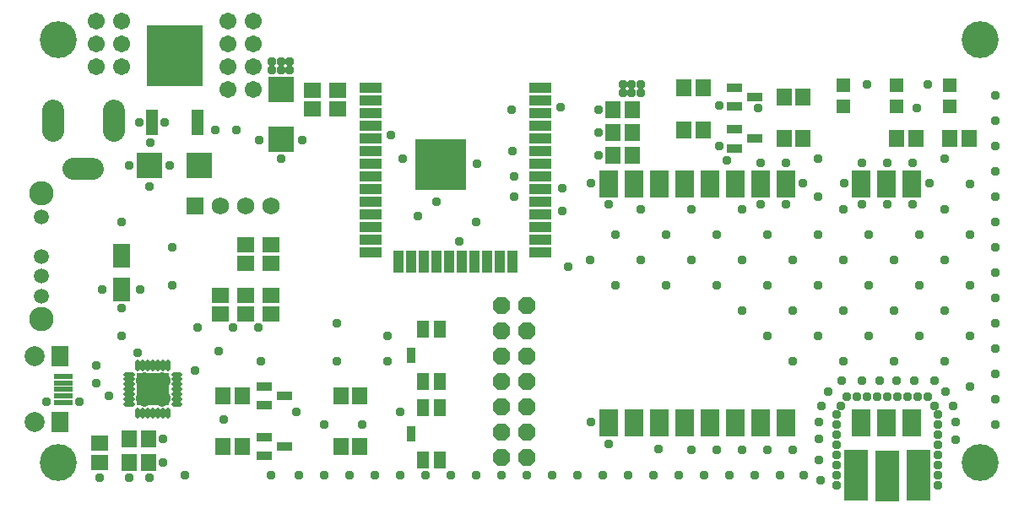
<source format=gbr>
G04 EAGLE Gerber RS-274X export*
G75*
%MOMM*%
%FSLAX34Y34*%
%LPD*%
%INSoldermask Top*%
%IPPOS*%
%AMOC8*
5,1,8,0,0,1.08239X$1,22.5*%
G01*
%ADD10C,3.703200*%
%ADD11R,1.703200X1.503200*%
%ADD12R,2.603200X2.603200*%
%ADD13R,1.503200X1.703200*%
%ADD14R,1.768500X2.459000*%
%ADD15R,1.953200X0.603200*%
%ADD16R,1.803200X2.003200*%
%ADD17C,2.003200*%
%ADD18C,2.203200*%
%ADD19R,1.727200X1.727200*%
%ADD20C,1.727200*%
%ADD21R,1.403200X1.403200*%
%ADD22R,1.525600X0.812400*%
%ADD23R,2.203200X1.103200*%
%ADD24R,1.103200X2.203200*%
%ADD25R,5.203200X5.203200*%
%ADD26R,1.903200X2.703200*%
%ADD27C,0.473200*%
%ADD28R,3.203200X3.203200*%
%ADD29R,1.186200X2.605600*%
%ADD30R,5.692300X6.066500*%
%ADD31R,2.403200X5.203200*%
%ADD32R,1.203200X1.653200*%
%ADD33R,0.853200X1.603200*%
%ADD34P,1.869504X8X292.500000*%
%ADD35C,1.511200*%
%ADD36C,2.453200*%
%ADD37C,1.703200*%
%ADD38C,0.959600*%


D10*
X38100Y38100D03*
X38100Y462280D03*
X962660Y462280D03*
X962660Y38100D03*
D11*
X293370Y393090D03*
X293370Y412090D03*
D12*
X179940Y336550D03*
X129940Y336550D03*
D11*
X318770Y393090D03*
X318770Y412090D03*
X80010Y57760D03*
X80010Y38760D03*
D13*
X109880Y62230D03*
X128880Y62230D03*
X109880Y38100D03*
X128880Y38100D03*
X614020Y392430D03*
X595020Y392430D03*
X614020Y369570D03*
X595020Y369570D03*
X614020Y346710D03*
X595020Y346710D03*
D12*
X261620Y412350D03*
X261620Y362350D03*
D14*
X101600Y245369D03*
X101600Y211831D03*
D15*
X43500Y124760D03*
X43500Y118260D03*
X43500Y111760D03*
X43500Y105260D03*
X43500Y98760D03*
D16*
X40500Y144760D03*
X40500Y78760D03*
D17*
X14500Y144760D03*
X14500Y78760D03*
D18*
X94500Y371000D02*
X94500Y391000D01*
X33500Y391000D02*
X33500Y371000D01*
X53500Y333000D02*
X73500Y333000D01*
D19*
X175260Y295910D03*
D20*
X200660Y295910D03*
X226060Y295910D03*
X251460Y295910D03*
D21*
X932180Y395900D03*
X932180Y416900D03*
X878840Y395900D03*
X878840Y416900D03*
X825500Y395900D03*
X825500Y416900D03*
D22*
X245125Y114910D03*
X245125Y95910D03*
X265415Y105410D03*
X245125Y64110D03*
X245125Y45110D03*
X265415Y54610D03*
X716295Y372720D03*
X716295Y353720D03*
X736585Y363220D03*
X716295Y414630D03*
X716295Y395630D03*
X736585Y405130D03*
D11*
X226060Y187350D03*
X226060Y206350D03*
D13*
X766470Y405130D03*
X785470Y405130D03*
X685140Y414020D03*
X666140Y414020D03*
X685140Y372110D03*
X666140Y372110D03*
X766470Y363220D03*
X785470Y363220D03*
D11*
X226060Y257150D03*
X226060Y238150D03*
X251460Y257150D03*
X251460Y238150D03*
D13*
X340970Y54610D03*
X321970Y54610D03*
D11*
X251460Y206350D03*
X251460Y187350D03*
D13*
X321970Y105410D03*
X340970Y105410D03*
X951840Y363220D03*
X932840Y363220D03*
X898500Y363220D03*
X879500Y363220D03*
D11*
X200660Y206350D03*
X200660Y187350D03*
D13*
X203860Y105410D03*
X222860Y105410D03*
X203860Y54610D03*
X222860Y54610D03*
D23*
X351880Y414550D03*
X351880Y401850D03*
X351880Y389150D03*
X351880Y376450D03*
X351880Y363750D03*
X351880Y351050D03*
X351880Y338350D03*
X351880Y325650D03*
X351880Y312950D03*
X351880Y300250D03*
X351880Y287550D03*
X351880Y274850D03*
X351880Y262150D03*
X351880Y249450D03*
D24*
X379730Y239450D03*
X392430Y239450D03*
X405130Y239450D03*
X417830Y239450D03*
X430530Y239450D03*
X443230Y239450D03*
X455930Y239450D03*
X468630Y239450D03*
X481330Y239450D03*
X494030Y239450D03*
D23*
X521880Y249450D03*
X521880Y262150D03*
X521880Y274850D03*
X521880Y287550D03*
X521880Y300250D03*
X521880Y312950D03*
X521880Y325650D03*
X521880Y338350D03*
X521880Y351050D03*
X521880Y363750D03*
X521880Y376450D03*
X521880Y389150D03*
X521880Y401850D03*
X521880Y414550D03*
D25*
X421880Y336950D03*
D26*
X894820Y318120D03*
X869420Y318120D03*
X844020Y318120D03*
X768020Y318120D03*
X742620Y318120D03*
X717220Y318120D03*
X691820Y318120D03*
X666420Y318120D03*
X641020Y318120D03*
X615620Y318120D03*
X590220Y318120D03*
X590220Y78120D03*
X615620Y78120D03*
X641020Y78120D03*
X666420Y78120D03*
X691820Y78120D03*
X717220Y78120D03*
X742620Y78120D03*
X768020Y78120D03*
X844020Y78120D03*
X869420Y78120D03*
X894820Y78120D03*
D27*
X112633Y126760D02*
X106141Y126760D01*
X106141Y121760D02*
X112633Y121760D01*
X112633Y116760D02*
X106141Y116760D01*
X106141Y111760D02*
X112633Y111760D01*
X112633Y106760D02*
X106141Y106760D01*
X106141Y101760D02*
X112633Y101760D01*
X112633Y96760D02*
X106141Y96760D01*
X118350Y91043D02*
X118350Y84551D01*
X123350Y84551D02*
X123350Y91043D01*
X128350Y91043D02*
X128350Y84551D01*
X133350Y84551D02*
X133350Y91043D01*
X138350Y91043D02*
X138350Y84551D01*
X143350Y84551D02*
X143350Y91043D01*
X148350Y91043D02*
X148350Y84551D01*
X154067Y96760D02*
X160559Y96760D01*
X160559Y101760D02*
X154067Y101760D01*
X154067Y106760D02*
X160559Y106760D01*
X160559Y111760D02*
X154067Y111760D01*
X154067Y116760D02*
X160559Y116760D01*
X160559Y121760D02*
X154067Y121760D01*
X154067Y126760D02*
X160559Y126760D01*
X148350Y132477D02*
X148350Y138969D01*
X143350Y138969D02*
X143350Y132477D01*
X138350Y132477D02*
X138350Y138969D01*
X133350Y138969D02*
X133350Y132477D01*
X128350Y132477D02*
X128350Y138969D01*
X123350Y138969D02*
X123350Y132477D01*
X118350Y132477D02*
X118350Y138969D01*
D28*
X133350Y111760D03*
D29*
X132140Y379610D03*
X177740Y379610D03*
D30*
X154940Y446365D03*
D31*
X869950Y25000D03*
X838754Y25654D03*
X901146Y25654D03*
D32*
X404250Y93310D03*
X421250Y93310D03*
X404250Y41310D03*
X421250Y41310D03*
D33*
X392750Y67310D03*
D32*
X404250Y172050D03*
X421250Y172050D03*
X404250Y120050D03*
X421250Y120050D03*
D33*
X392750Y146050D03*
D34*
X482600Y195580D03*
X508000Y195580D03*
X482600Y170180D03*
X508000Y170180D03*
X482600Y144780D03*
X508000Y144780D03*
X482600Y119380D03*
X508000Y119380D03*
X482600Y93980D03*
X508000Y93980D03*
X482600Y68580D03*
X508000Y68580D03*
X482600Y43180D03*
X508000Y43180D03*
D35*
X21500Y245110D03*
X21500Y285110D03*
X21500Y225110D03*
D36*
X21500Y308110D03*
X21500Y182110D03*
D35*
X21500Y205110D03*
D17*
X407670Y351790D03*
X435610Y351790D03*
X421640Y336820D03*
X407670Y322580D03*
X435610Y322580D03*
D37*
X124460Y120650D03*
X142240Y120650D03*
X142240Y102870D03*
X124460Y102870D03*
D38*
X768350Y339090D03*
X742950Y339090D03*
X784860Y318770D03*
X768350Y297180D03*
X742950Y297180D03*
X844550Y339090D03*
X869950Y339090D03*
X895350Y339090D03*
X826770Y318770D03*
X911860Y318770D03*
X895350Y297180D03*
X869950Y297180D03*
X844550Y297180D03*
X580390Y392430D03*
X580390Y369570D03*
X580390Y346710D03*
X572770Y318770D03*
X590550Y297180D03*
X572770Y78740D03*
X590550Y57150D03*
X144780Y379730D03*
X130810Y359410D03*
X119380Y379730D03*
X149860Y336550D03*
X195580Y372110D03*
X261620Y342900D03*
X80010Y22860D03*
X143510Y38100D03*
X143510Y62230D03*
X129540Y22860D03*
X26670Y99060D03*
X59690Y99060D03*
X101600Y193040D03*
X819150Y15240D03*
X819150Y25400D03*
X819150Y35560D03*
X819150Y45720D03*
X819150Y55880D03*
X819150Y66040D03*
X819150Y76200D03*
X819150Y86360D03*
X822960Y95250D03*
X829310Y104140D03*
X839470Y104140D03*
X849630Y104140D03*
X859790Y104140D03*
X869950Y104140D03*
X880110Y104140D03*
X890270Y104140D03*
X900430Y104140D03*
X910590Y104140D03*
X916940Y95250D03*
X920750Y86360D03*
X920750Y76200D03*
X920750Y66040D03*
X920750Y55880D03*
X920750Y45720D03*
X920750Y35560D03*
X920750Y25400D03*
X920750Y15240D03*
X802640Y20320D03*
X801370Y40640D03*
X801370Y62230D03*
X801370Y78740D03*
X803910Y95250D03*
X938530Y60960D03*
X810260Y109220D03*
X824230Y120650D03*
X844550Y120650D03*
X862330Y120650D03*
X916940Y120650D03*
X896620Y120650D03*
X878840Y120650D03*
X938530Y78740D03*
X935990Y95250D03*
X928370Y109220D03*
X120650Y212090D03*
X82550Y212090D03*
X240030Y361950D03*
X825500Y190500D03*
X876300Y190500D03*
X825500Y139700D03*
X876300Y139700D03*
X927100Y139700D03*
X927100Y190500D03*
X977900Y228600D03*
X977900Y177800D03*
X977900Y127000D03*
X977900Y76200D03*
X977900Y254000D03*
X977900Y279400D03*
X977900Y304800D03*
X927100Y241300D03*
X876300Y241300D03*
X825500Y241300D03*
X774700Y241300D03*
X723900Y241300D03*
X673100Y241300D03*
X622300Y241300D03*
X571500Y241300D03*
X927100Y292100D03*
X774700Y190500D03*
X723900Y190500D03*
X774700Y139700D03*
X800100Y215900D03*
X749300Y215900D03*
X850900Y215900D03*
X901700Y215900D03*
X901700Y266700D03*
X850900Y266700D03*
X952500Y266700D03*
X952500Y215900D03*
X952500Y165100D03*
X901700Y165100D03*
X850900Y165100D03*
X800100Y165100D03*
X749300Y165100D03*
X698500Y215900D03*
X647700Y215900D03*
X596900Y215900D03*
X723900Y292100D03*
X673100Y292100D03*
X622300Y292100D03*
X800100Y266700D03*
X952500Y317500D03*
X952500Y114300D03*
X762000Y25400D03*
X711200Y25400D03*
X660400Y25400D03*
X685800Y25400D03*
X736600Y25400D03*
X977900Y101600D03*
X977900Y152400D03*
X977900Y203200D03*
X977900Y330200D03*
X977900Y355600D03*
X977900Y381000D03*
X977900Y406400D03*
X635000Y25400D03*
X609600Y25400D03*
X584200Y25400D03*
X558800Y25400D03*
X533400Y25400D03*
X508000Y25400D03*
X482600Y25400D03*
X457200Y25400D03*
X431800Y25400D03*
X251460Y25400D03*
X165100Y25400D03*
X101600Y165100D03*
X101600Y279400D03*
X109220Y336550D03*
X701040Y355600D03*
X708660Y341630D03*
X701040Y396240D03*
X740410Y393700D03*
X786130Y25400D03*
X129540Y314960D03*
X542290Y394970D03*
X458470Y337820D03*
X283210Y361950D03*
X749300Y266700D03*
X698500Y266700D03*
X647700Y266700D03*
X596900Y266700D03*
X800100Y304800D03*
X825500Y292100D03*
X406400Y25400D03*
X381000Y25400D03*
X355600Y25400D03*
X330200Y25400D03*
X304800Y25400D03*
X279400Y25400D03*
X800100Y342900D03*
X927100Y342900D03*
X317500Y139700D03*
X317500Y177800D03*
X368300Y139700D03*
X368300Y165100D03*
X304800Y76200D03*
X342900Y76200D03*
X381000Y88900D03*
X241300Y139700D03*
X152400Y254000D03*
X152400Y215900D03*
X495300Y304800D03*
X457200Y279400D03*
X774700Y50800D03*
X749300Y50800D03*
X723900Y50800D03*
X698500Y50800D03*
X673100Y50800D03*
D17*
X139160Y428990D03*
X170720Y428990D03*
X139160Y463550D03*
X170720Y463550D03*
D38*
X613410Y417830D03*
X613410Y408940D03*
X604520Y417830D03*
X604520Y408940D03*
D17*
X154940Y445770D03*
D37*
X76200Y481330D03*
X76200Y458470D03*
X76200Y435610D03*
X233680Y481330D03*
X233680Y458470D03*
X233680Y435610D03*
X233680Y412750D03*
X101600Y481330D03*
X208280Y481330D03*
X208280Y412750D03*
X101600Y458470D03*
X101600Y435610D03*
X208280Y435610D03*
X208280Y458470D03*
D38*
X622300Y417830D03*
X622300Y408940D03*
X252730Y440690D03*
X261620Y440690D03*
X252730Y431800D03*
X261620Y431800D03*
X270510Y431800D03*
X270510Y440690D03*
X217170Y372110D03*
X910590Y417830D03*
X849630Y417830D03*
X417830Y299720D03*
X276860Y88900D03*
X238760Y173990D03*
X549910Y234950D03*
X899160Y393700D03*
X76200Y118336D03*
X88900Y105184D03*
X76200Y135890D03*
X109220Y22860D03*
X177800Y173990D03*
X372110Y367030D03*
X383540Y342900D03*
X213360Y173990D03*
X118350Y148830D03*
X175260Y130810D03*
X199390Y149860D03*
X204470Y81280D03*
X640080Y52070D03*
X494030Y350520D03*
X492760Y392430D03*
X440690Y260350D03*
X543560Y290830D03*
X543560Y313690D03*
X495300Y325120D03*
X398780Y285750D03*
M02*

</source>
